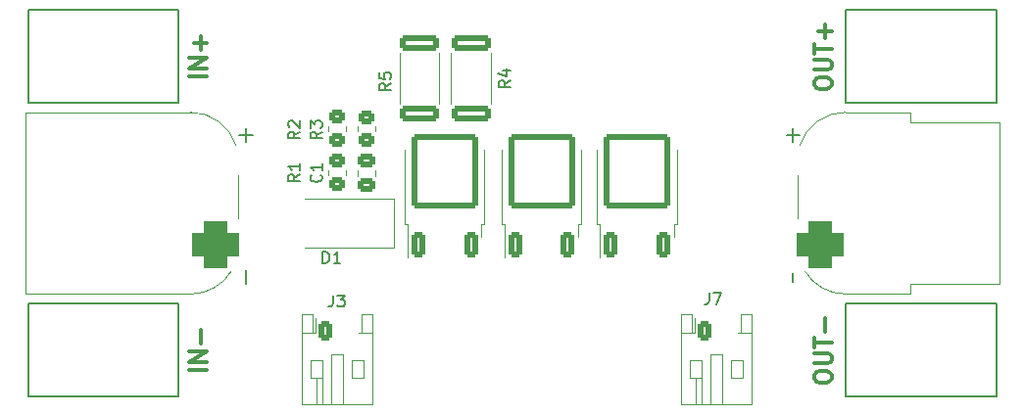
<source format=gbr>
%TF.GenerationSoftware,KiCad,Pcbnew,7.0.2*%
%TF.CreationDate,2023-07-12T23:48:00-04:00*%
%TF.ProjectId,Anti-Spark Switch,416e7469-2d53-4706-9172-6b2053776974,rev?*%
%TF.SameCoordinates,Original*%
%TF.FileFunction,Legend,Top*%
%TF.FilePolarity,Positive*%
%FSLAX46Y46*%
G04 Gerber Fmt 4.6, Leading zero omitted, Abs format (unit mm)*
G04 Created by KiCad (PCBNEW 7.0.2) date 2023-07-12 23:48:00*
%MOMM*%
%LPD*%
G01*
G04 APERTURE LIST*
G04 Aperture macros list*
%AMRoundRect*
0 Rectangle with rounded corners*
0 $1 Rounding radius*
0 $2 $3 $4 $5 $6 $7 $8 $9 X,Y pos of 4 corners*
0 Add a 4 corners polygon primitive as box body*
4,1,4,$2,$3,$4,$5,$6,$7,$8,$9,$2,$3,0*
0 Add four circle primitives for the rounded corners*
1,1,$1+$1,$2,$3*
1,1,$1+$1,$4,$5*
1,1,$1+$1,$6,$7*
1,1,$1+$1,$8,$9*
0 Add four rect primitives between the rounded corners*
20,1,$1+$1,$2,$3,$4,$5,0*
20,1,$1+$1,$4,$5,$6,$7,0*
20,1,$1+$1,$6,$7,$8,$9,0*
20,1,$1+$1,$8,$9,$2,$3,0*%
%AMOutline4P*
0 Free polygon, 4 corners , with rotation*
0 The origin of the aperture is its center*
0 number of corners: always 4*
0 $1 to $8 corner X, Y*
0 $9 Rotation angle, in degrees counterclockwise*
0 create outline with 4 corners*
4,1,4,$1,$2,$3,$4,$5,$6,$7,$8,$1,$2,$9*%
G04 Aperture macros list end*
%ADD10C,0.150000*%
%ADD11C,0.304800*%
%ADD12C,0.120000*%
%ADD13RoundRect,0.249997X2.650003X-2.950003X2.650003X2.950003X-2.650003X2.950003X-2.650003X-2.950003X0*%
%ADD14RoundRect,0.250000X0.350000X-0.850000X0.350000X0.850000X-0.350000X0.850000X-0.350000X-0.850000X0*%
%ADD15R,2.000000X0.900000*%
%ADD16RoundRect,1.025000X1.025000X-1.025000X1.025000X1.025000X-1.025000X1.025000X-1.025000X-1.025000X0*%
%ADD17C,4.100000*%
%ADD18RoundRect,1.025000X-1.025000X1.025000X-1.025000X-1.025000X1.025000X-1.025000X1.025000X1.025000X0*%
%ADD19R,12.000000X7.000000*%
%ADD20RoundRect,0.249999X-1.425001X0.450001X-1.425001X-0.450001X1.425001X-0.450001X1.425001X0.450001X0*%
%ADD21Outline4P,-1.800000X-1.150000X1.800000X-0.550000X1.800000X0.550000X-1.800000X1.150000X0.000000*%
%ADD22Outline4P,-1.800000X-1.150000X1.800000X-0.550000X1.800000X0.550000X-1.800000X1.150000X180.000000*%
%ADD23RoundRect,0.250000X0.450000X-0.350000X0.450000X0.350000X-0.450000X0.350000X-0.450000X-0.350000X0*%
%ADD24RoundRect,0.250000X-0.350000X-0.625000X0.350000X-0.625000X0.350000X0.625000X-0.350000X0.625000X0*%
%ADD25O,1.200000X1.750000*%
%ADD26RoundRect,0.250000X-0.475000X0.337500X-0.475000X-0.337500X0.475000X-0.337500X0.475000X0.337500X0*%
%ADD27RoundRect,0.250000X-0.450000X0.350000X-0.450000X-0.350000X0.450000X-0.350000X0.450000X0.350000X0*%
G04 APERTURE END LIST*
D10*
%TO.C,J8*%
X127882500Y-111746428D02*
X127882500Y-110603571D01*
X127882500Y-99446428D02*
X127882500Y-98303571D01*
X128453928Y-98874999D02*
X127311071Y-98874999D01*
%TO.C,J5*%
X175119666Y-111555951D02*
X175119666Y-110794047D01*
X175160500Y-99446428D02*
X175160500Y-98303571D01*
X175731928Y-98874999D02*
X174589071Y-98874999D01*
D11*
%TO.C,IN-*%
X124530031Y-119216713D02*
X123006031Y-119216713D01*
X124530031Y-118490999D02*
X123006031Y-118490999D01*
X123006031Y-118490999D02*
X124530031Y-117620142D01*
X124530031Y-117620142D02*
X123006031Y-117620142D01*
X123949460Y-116894428D02*
X123949460Y-115733286D01*
%TO.C,OUT+*%
X176981031Y-94542428D02*
X176981031Y-94252142D01*
X176981031Y-94252142D02*
X177053602Y-94106999D01*
X177053602Y-94106999D02*
X177198745Y-93961856D01*
X177198745Y-93961856D02*
X177489031Y-93889285D01*
X177489031Y-93889285D02*
X177997031Y-93889285D01*
X177997031Y-93889285D02*
X178287317Y-93961856D01*
X178287317Y-93961856D02*
X178432460Y-94106999D01*
X178432460Y-94106999D02*
X178505031Y-94252142D01*
X178505031Y-94252142D02*
X178505031Y-94542428D01*
X178505031Y-94542428D02*
X178432460Y-94687571D01*
X178432460Y-94687571D02*
X178287317Y-94832713D01*
X178287317Y-94832713D02*
X177997031Y-94905285D01*
X177997031Y-94905285D02*
X177489031Y-94905285D01*
X177489031Y-94905285D02*
X177198745Y-94832713D01*
X177198745Y-94832713D02*
X177053602Y-94687571D01*
X177053602Y-94687571D02*
X176981031Y-94542428D01*
X176981031Y-93236142D02*
X178214745Y-93236142D01*
X178214745Y-93236142D02*
X178359888Y-93163571D01*
X178359888Y-93163571D02*
X178432460Y-93091000D01*
X178432460Y-93091000D02*
X178505031Y-92945857D01*
X178505031Y-92945857D02*
X178505031Y-92655571D01*
X178505031Y-92655571D02*
X178432460Y-92510428D01*
X178432460Y-92510428D02*
X178359888Y-92437857D01*
X178359888Y-92437857D02*
X178214745Y-92365285D01*
X178214745Y-92365285D02*
X176981031Y-92365285D01*
X176981031Y-91857286D02*
X176981031Y-90986429D01*
X178505031Y-91421857D02*
X176981031Y-91421857D01*
X177924460Y-90478428D02*
X177924460Y-89317286D01*
X178505031Y-89897857D02*
X177343888Y-89897857D01*
%TO.C,IN+*%
X124530031Y-93816713D02*
X123006031Y-93816713D01*
X124530031Y-93090999D02*
X123006031Y-93090999D01*
X123006031Y-93090999D02*
X124530031Y-92220142D01*
X124530031Y-92220142D02*
X123006031Y-92220142D01*
X123949460Y-91494428D02*
X123949460Y-90333286D01*
X124530031Y-90913857D02*
X123368888Y-90913857D01*
%TO.C,OUT-*%
X176981031Y-119942428D02*
X176981031Y-119652142D01*
X176981031Y-119652142D02*
X177053602Y-119506999D01*
X177053602Y-119506999D02*
X177198745Y-119361856D01*
X177198745Y-119361856D02*
X177489031Y-119289285D01*
X177489031Y-119289285D02*
X177997031Y-119289285D01*
X177997031Y-119289285D02*
X178287317Y-119361856D01*
X178287317Y-119361856D02*
X178432460Y-119506999D01*
X178432460Y-119506999D02*
X178505031Y-119652142D01*
X178505031Y-119652142D02*
X178505031Y-119942428D01*
X178505031Y-119942428D02*
X178432460Y-120087571D01*
X178432460Y-120087571D02*
X178287317Y-120232713D01*
X178287317Y-120232713D02*
X177997031Y-120305285D01*
X177997031Y-120305285D02*
X177489031Y-120305285D01*
X177489031Y-120305285D02*
X177198745Y-120232713D01*
X177198745Y-120232713D02*
X177053602Y-120087571D01*
X177053602Y-120087571D02*
X176981031Y-119942428D01*
X176981031Y-118636142D02*
X178214745Y-118636142D01*
X178214745Y-118636142D02*
X178359888Y-118563571D01*
X178359888Y-118563571D02*
X178432460Y-118491000D01*
X178432460Y-118491000D02*
X178505031Y-118345857D01*
X178505031Y-118345857D02*
X178505031Y-118055571D01*
X178505031Y-118055571D02*
X178432460Y-117910428D01*
X178432460Y-117910428D02*
X178359888Y-117837857D01*
X178359888Y-117837857D02*
X178214745Y-117765285D01*
X178214745Y-117765285D02*
X176981031Y-117765285D01*
X176981031Y-117257286D02*
X176981031Y-116386429D01*
X178505031Y-116821857D02*
X176981031Y-116821857D01*
X177924460Y-115878428D02*
X177924460Y-114717286D01*
D10*
%TO.C,R5*%
X140416619Y-94400666D02*
X139940428Y-94733999D01*
X140416619Y-94972094D02*
X139416619Y-94972094D01*
X139416619Y-94972094D02*
X139416619Y-94591142D01*
X139416619Y-94591142D02*
X139464238Y-94495904D01*
X139464238Y-94495904D02*
X139511857Y-94448285D01*
X139511857Y-94448285D02*
X139607095Y-94400666D01*
X139607095Y-94400666D02*
X139749952Y-94400666D01*
X139749952Y-94400666D02*
X139845190Y-94448285D01*
X139845190Y-94448285D02*
X139892809Y-94495904D01*
X139892809Y-94495904D02*
X139940428Y-94591142D01*
X139940428Y-94591142D02*
X139940428Y-94972094D01*
X139416619Y-93495904D02*
X139416619Y-93972094D01*
X139416619Y-93972094D02*
X139892809Y-94019713D01*
X139892809Y-94019713D02*
X139845190Y-93972094D01*
X139845190Y-93972094D02*
X139797571Y-93876856D01*
X139797571Y-93876856D02*
X139797571Y-93638761D01*
X139797571Y-93638761D02*
X139845190Y-93543523D01*
X139845190Y-93543523D02*
X139892809Y-93495904D01*
X139892809Y-93495904D02*
X139988047Y-93448285D01*
X139988047Y-93448285D02*
X140226142Y-93448285D01*
X140226142Y-93448285D02*
X140321380Y-93495904D01*
X140321380Y-93495904D02*
X140369000Y-93543523D01*
X140369000Y-93543523D02*
X140416619Y-93638761D01*
X140416619Y-93638761D02*
X140416619Y-93876856D01*
X140416619Y-93876856D02*
X140369000Y-93972094D01*
X140369000Y-93972094D02*
X140321380Y-94019713D01*
%TO.C,R4*%
X150728619Y-94146666D02*
X150252428Y-94479999D01*
X150728619Y-94718094D02*
X149728619Y-94718094D01*
X149728619Y-94718094D02*
X149728619Y-94337142D01*
X149728619Y-94337142D02*
X149776238Y-94241904D01*
X149776238Y-94241904D02*
X149823857Y-94194285D01*
X149823857Y-94194285D02*
X149919095Y-94146666D01*
X149919095Y-94146666D02*
X150061952Y-94146666D01*
X150061952Y-94146666D02*
X150157190Y-94194285D01*
X150157190Y-94194285D02*
X150204809Y-94241904D01*
X150204809Y-94241904D02*
X150252428Y-94337142D01*
X150252428Y-94337142D02*
X150252428Y-94718094D01*
X150061952Y-93289523D02*
X150728619Y-93289523D01*
X149681000Y-93527618D02*
X150395285Y-93765713D01*
X150395285Y-93765713D02*
X150395285Y-93146666D01*
%TO.C,D1*%
X134516905Y-109971619D02*
X134516905Y-108971619D01*
X134516905Y-108971619D02*
X134755000Y-108971619D01*
X134755000Y-108971619D02*
X134897857Y-109019238D01*
X134897857Y-109019238D02*
X134993095Y-109114476D01*
X134993095Y-109114476D02*
X135040714Y-109209714D01*
X135040714Y-109209714D02*
X135088333Y-109400190D01*
X135088333Y-109400190D02*
X135088333Y-109543047D01*
X135088333Y-109543047D02*
X135040714Y-109733523D01*
X135040714Y-109733523D02*
X134993095Y-109828761D01*
X134993095Y-109828761D02*
X134897857Y-109924000D01*
X134897857Y-109924000D02*
X134755000Y-109971619D01*
X134755000Y-109971619D02*
X134516905Y-109971619D01*
X136040714Y-109971619D02*
X135469286Y-109971619D01*
X135755000Y-109971619D02*
X135755000Y-108971619D01*
X135755000Y-108971619D02*
X135659762Y-109114476D01*
X135659762Y-109114476D02*
X135564524Y-109209714D01*
X135564524Y-109209714D02*
X135469286Y-109257333D01*
%TO.C,R3*%
X134447619Y-98591666D02*
X133971428Y-98924999D01*
X134447619Y-99163094D02*
X133447619Y-99163094D01*
X133447619Y-99163094D02*
X133447619Y-98782142D01*
X133447619Y-98782142D02*
X133495238Y-98686904D01*
X133495238Y-98686904D02*
X133542857Y-98639285D01*
X133542857Y-98639285D02*
X133638095Y-98591666D01*
X133638095Y-98591666D02*
X133780952Y-98591666D01*
X133780952Y-98591666D02*
X133876190Y-98639285D01*
X133876190Y-98639285D02*
X133923809Y-98686904D01*
X133923809Y-98686904D02*
X133971428Y-98782142D01*
X133971428Y-98782142D02*
X133971428Y-99163094D01*
X133447619Y-98258332D02*
X133447619Y-97639285D01*
X133447619Y-97639285D02*
X133828571Y-97972618D01*
X133828571Y-97972618D02*
X133828571Y-97829761D01*
X133828571Y-97829761D02*
X133876190Y-97734523D01*
X133876190Y-97734523D02*
X133923809Y-97686904D01*
X133923809Y-97686904D02*
X134019047Y-97639285D01*
X134019047Y-97639285D02*
X134257142Y-97639285D01*
X134257142Y-97639285D02*
X134352380Y-97686904D01*
X134352380Y-97686904D02*
X134400000Y-97734523D01*
X134400000Y-97734523D02*
X134447619Y-97829761D01*
X134447619Y-97829761D02*
X134447619Y-98115475D01*
X134447619Y-98115475D02*
X134400000Y-98210713D01*
X134400000Y-98210713D02*
X134352380Y-98258332D01*
%TO.C,J3*%
X135413666Y-112736619D02*
X135413666Y-113450904D01*
X135413666Y-113450904D02*
X135366047Y-113593761D01*
X135366047Y-113593761D02*
X135270809Y-113689000D01*
X135270809Y-113689000D02*
X135127952Y-113736619D01*
X135127952Y-113736619D02*
X135032714Y-113736619D01*
X135794619Y-112736619D02*
X136413666Y-112736619D01*
X136413666Y-112736619D02*
X136080333Y-113117571D01*
X136080333Y-113117571D02*
X136223190Y-113117571D01*
X136223190Y-113117571D02*
X136318428Y-113165190D01*
X136318428Y-113165190D02*
X136366047Y-113212809D01*
X136366047Y-113212809D02*
X136413666Y-113308047D01*
X136413666Y-113308047D02*
X136413666Y-113546142D01*
X136413666Y-113546142D02*
X136366047Y-113641380D01*
X136366047Y-113641380D02*
X136318428Y-113689000D01*
X136318428Y-113689000D02*
X136223190Y-113736619D01*
X136223190Y-113736619D02*
X135937476Y-113736619D01*
X135937476Y-113736619D02*
X135842238Y-113689000D01*
X135842238Y-113689000D02*
X135794619Y-113641380D01*
%TO.C,C1*%
X134352380Y-102328166D02*
X134400000Y-102375785D01*
X134400000Y-102375785D02*
X134447619Y-102518642D01*
X134447619Y-102518642D02*
X134447619Y-102613880D01*
X134447619Y-102613880D02*
X134400000Y-102756737D01*
X134400000Y-102756737D02*
X134304761Y-102851975D01*
X134304761Y-102851975D02*
X134209523Y-102899594D01*
X134209523Y-102899594D02*
X134019047Y-102947213D01*
X134019047Y-102947213D02*
X133876190Y-102947213D01*
X133876190Y-102947213D02*
X133685714Y-102899594D01*
X133685714Y-102899594D02*
X133590476Y-102851975D01*
X133590476Y-102851975D02*
X133495238Y-102756737D01*
X133495238Y-102756737D02*
X133447619Y-102613880D01*
X133447619Y-102613880D02*
X133447619Y-102518642D01*
X133447619Y-102518642D02*
X133495238Y-102375785D01*
X133495238Y-102375785D02*
X133542857Y-102328166D01*
X134447619Y-101375785D02*
X134447619Y-101947213D01*
X134447619Y-101661499D02*
X133447619Y-101661499D01*
X133447619Y-101661499D02*
X133590476Y-101756737D01*
X133590476Y-101756737D02*
X133685714Y-101851975D01*
X133685714Y-101851975D02*
X133733333Y-101947213D01*
%TO.C,R2*%
X132542619Y-98591666D02*
X132066428Y-98924999D01*
X132542619Y-99163094D02*
X131542619Y-99163094D01*
X131542619Y-99163094D02*
X131542619Y-98782142D01*
X131542619Y-98782142D02*
X131590238Y-98686904D01*
X131590238Y-98686904D02*
X131637857Y-98639285D01*
X131637857Y-98639285D02*
X131733095Y-98591666D01*
X131733095Y-98591666D02*
X131875952Y-98591666D01*
X131875952Y-98591666D02*
X131971190Y-98639285D01*
X131971190Y-98639285D02*
X132018809Y-98686904D01*
X132018809Y-98686904D02*
X132066428Y-98782142D01*
X132066428Y-98782142D02*
X132066428Y-99163094D01*
X131637857Y-98210713D02*
X131590238Y-98163094D01*
X131590238Y-98163094D02*
X131542619Y-98067856D01*
X131542619Y-98067856D02*
X131542619Y-97829761D01*
X131542619Y-97829761D02*
X131590238Y-97734523D01*
X131590238Y-97734523D02*
X131637857Y-97686904D01*
X131637857Y-97686904D02*
X131733095Y-97639285D01*
X131733095Y-97639285D02*
X131828333Y-97639285D01*
X131828333Y-97639285D02*
X131971190Y-97686904D01*
X131971190Y-97686904D02*
X132542619Y-98258332D01*
X132542619Y-98258332D02*
X132542619Y-97639285D01*
%TO.C,R1*%
X132542619Y-102290666D02*
X132066428Y-102623999D01*
X132542619Y-102862094D02*
X131542619Y-102862094D01*
X131542619Y-102862094D02*
X131542619Y-102481142D01*
X131542619Y-102481142D02*
X131590238Y-102385904D01*
X131590238Y-102385904D02*
X131637857Y-102338285D01*
X131637857Y-102338285D02*
X131733095Y-102290666D01*
X131733095Y-102290666D02*
X131875952Y-102290666D01*
X131875952Y-102290666D02*
X131971190Y-102338285D01*
X131971190Y-102338285D02*
X132018809Y-102385904D01*
X132018809Y-102385904D02*
X132066428Y-102481142D01*
X132066428Y-102481142D02*
X132066428Y-102862094D01*
X132542619Y-101338285D02*
X132542619Y-101909713D01*
X132542619Y-101623999D02*
X131542619Y-101623999D01*
X131542619Y-101623999D02*
X131685476Y-101719237D01*
X131685476Y-101719237D02*
X131780714Y-101814475D01*
X131780714Y-101814475D02*
X131828333Y-101909713D01*
%TO.C,J7*%
X167925666Y-112492619D02*
X167925666Y-113206904D01*
X167925666Y-113206904D02*
X167878047Y-113349761D01*
X167878047Y-113349761D02*
X167782809Y-113445000D01*
X167782809Y-113445000D02*
X167639952Y-113492619D01*
X167639952Y-113492619D02*
X167544714Y-113492619D01*
X168306619Y-112492619D02*
X168973285Y-112492619D01*
X168973285Y-112492619D02*
X168544714Y-113492619D01*
D12*
%TO.C,Q3*%
X164845000Y-106610000D02*
X164845000Y-107710000D01*
X165115000Y-106610000D02*
X164845000Y-106610000D01*
X165115000Y-100190000D02*
X165115000Y-106610000D01*
X158485000Y-106610000D02*
X158485000Y-109440000D01*
X158215000Y-106610000D02*
X158485000Y-106610000D01*
X158215000Y-100190000D02*
X158215000Y-106610000D01*
%TO.C,Q2*%
X156590000Y-106610000D02*
X156590000Y-107710000D01*
X156860000Y-106610000D02*
X156590000Y-106610000D01*
X156860000Y-100190000D02*
X156860000Y-106610000D01*
X150230000Y-106610000D02*
X150230000Y-109440000D01*
X149960000Y-106610000D02*
X150230000Y-106610000D01*
X149960000Y-100190000D02*
X149960000Y-106610000D01*
%TO.C,Q1*%
X141590000Y-100190000D02*
X141590000Y-106610000D01*
X141590000Y-106610000D02*
X141860000Y-106610000D01*
X141860000Y-106610000D02*
X141860000Y-109440000D01*
X148490000Y-100190000D02*
X148490000Y-106610000D01*
X148490000Y-106610000D02*
X148220000Y-106610000D01*
X148220000Y-106610000D02*
X148220000Y-107710000D01*
%TO.C,J8*%
X108800000Y-112635000D02*
X123110000Y-112635000D01*
X108800000Y-96915000D02*
X123110000Y-96915000D01*
X108800000Y-112635000D02*
X108800000Y-96915000D01*
X127220000Y-106065000D02*
X127220000Y-102325000D01*
X127040413Y-99823352D02*
G75*
G03*
X123110000Y-96915000I-3930413J-1201648D01*
G01*
X123110000Y-112634999D02*
G75*
G03*
X126632957Y-110641806I1J4109998D01*
G01*
%TO.C,J5*%
X175578000Y-102325000D02*
X175578000Y-106065000D01*
X185298000Y-96915000D02*
X179688000Y-96915000D01*
X185298000Y-111785000D02*
X185298000Y-112635000D01*
X185298000Y-96915000D02*
X185298000Y-97765000D01*
X185298000Y-112635000D02*
X179688000Y-112635000D01*
X192998000Y-97765000D02*
X192998000Y-111785000D01*
X192998000Y-97765000D02*
X185298000Y-97765000D01*
X192998000Y-111785000D02*
X185298000Y-111785000D01*
X179688000Y-96915001D02*
G75*
G03*
X175729282Y-99785100I-40002J-4109997D01*
G01*
X176165042Y-110641806D02*
G75*
G03*
X179688000Y-112635000I3522958J2116806D01*
G01*
D10*
%TO.C,IN-*%
X122070000Y-121475000D02*
X109070000Y-121475000D01*
X122070000Y-113475000D02*
X122070000Y-121475000D01*
X109070000Y-121475000D02*
X109070000Y-113475000D01*
X109070000Y-113475000D02*
X122070000Y-113475000D01*
%TO.C,OUT+*%
X179720000Y-88075000D02*
X192720000Y-88075000D01*
X179720000Y-96075000D02*
X179720000Y-88075000D01*
X192720000Y-88075000D02*
X192720000Y-96075000D01*
X192720000Y-96075000D02*
X179720000Y-96075000D01*
%TO.C,IN+*%
X109070000Y-88075000D02*
X122070000Y-88075000D01*
X109070000Y-96075000D02*
X109070000Y-88075000D01*
X122070000Y-88075000D02*
X122070000Y-96075000D01*
X122070000Y-96075000D02*
X109070000Y-96075000D01*
%TO.C,OUT-*%
X179720000Y-113475000D02*
X192720000Y-113475000D01*
X179720000Y-121475000D02*
X179720000Y-113475000D01*
X192720000Y-113475000D02*
X192720000Y-121475000D01*
X192720000Y-121475000D02*
X179720000Y-121475000D01*
D12*
%TO.C,R5*%
X141165000Y-91802936D02*
X141165000Y-96157064D01*
X144585000Y-91802936D02*
X144585000Y-96157064D01*
%TO.C,R4*%
X149030000Y-91802936D02*
X149030000Y-96157064D01*
X145610000Y-91802936D02*
X145610000Y-96157064D01*
%TO.C,D1*%
X140634000Y-104359000D02*
X132974000Y-104359000D01*
X140634000Y-108659000D02*
X140634000Y-104359000D01*
X140634000Y-108659000D02*
X132974000Y-108659000D01*
%TO.C,R3*%
X139038000Y-98557064D02*
X139038000Y-98102936D01*
X137568000Y-98557064D02*
X137568000Y-98102936D01*
%TO.C,J3*%
X132687000Y-114364000D02*
X132687000Y-122184000D01*
X132687000Y-115964000D02*
X133607000Y-115964000D01*
X132687000Y-122184000D02*
X138807000Y-122184000D01*
X133447000Y-118324000D02*
X133447000Y-119924000D01*
X133447000Y-119924000D02*
X134447000Y-119924000D01*
X133607000Y-114364000D02*
X132687000Y-114364000D01*
X133607000Y-115964000D02*
X133607000Y-114364000D01*
X133887000Y-115964000D02*
X133607000Y-115964000D01*
X133887000Y-115964000D02*
X133887000Y-114749000D01*
X133947000Y-119924000D02*
X133947000Y-122184000D01*
X134447000Y-118324000D02*
X133447000Y-118324000D01*
X134447000Y-119924000D02*
X134447000Y-118324000D01*
X134447000Y-119924000D02*
X134447000Y-122184000D01*
X135247000Y-117824000D02*
X136247000Y-117824000D01*
X135247000Y-122184000D02*
X135247000Y-117824000D01*
X136247000Y-117824000D02*
X136247000Y-122184000D01*
X137047000Y-118324000D02*
X138047000Y-118324000D01*
X137047000Y-119924000D02*
X137047000Y-118324000D01*
X137887000Y-114364000D02*
X137887000Y-115964000D01*
X137887000Y-115964000D02*
X137607000Y-115964000D01*
X138047000Y-118324000D02*
X138047000Y-119924000D01*
X138047000Y-119924000D02*
X137047000Y-119924000D01*
X138807000Y-114364000D02*
X137887000Y-114364000D01*
X138807000Y-115964000D02*
X137887000Y-115964000D01*
X138807000Y-122184000D02*
X138807000Y-114364000D01*
%TO.C,C1*%
X137568000Y-101900248D02*
X137568000Y-102422752D01*
X139038000Y-101900248D02*
X139038000Y-102422752D01*
%TO.C,R2*%
X135028000Y-98086936D02*
X135028000Y-98541064D01*
X136498000Y-98086936D02*
X136498000Y-98541064D01*
%TO.C,R1*%
X136498000Y-101896936D02*
X136498000Y-102351064D01*
X135028000Y-101896936D02*
X135028000Y-102351064D01*
%TO.C,J7*%
X165453000Y-114364000D02*
X165453000Y-122184000D01*
X165453000Y-115964000D02*
X166373000Y-115964000D01*
X165453000Y-122184000D02*
X171573000Y-122184000D01*
X166213000Y-118324000D02*
X166213000Y-119924000D01*
X166213000Y-119924000D02*
X167213000Y-119924000D01*
X166373000Y-114364000D02*
X165453000Y-114364000D01*
X166373000Y-115964000D02*
X166373000Y-114364000D01*
X166653000Y-115964000D02*
X166373000Y-115964000D01*
X166653000Y-115964000D02*
X166653000Y-114749000D01*
X166713000Y-119924000D02*
X166713000Y-122184000D01*
X167213000Y-118324000D02*
X166213000Y-118324000D01*
X167213000Y-119924000D02*
X167213000Y-118324000D01*
X167213000Y-119924000D02*
X167213000Y-122184000D01*
X168013000Y-117824000D02*
X169013000Y-117824000D01*
X168013000Y-122184000D02*
X168013000Y-117824000D01*
X169013000Y-117824000D02*
X169013000Y-122184000D01*
X169813000Y-118324000D02*
X170813000Y-118324000D01*
X169813000Y-119924000D02*
X169813000Y-118324000D01*
X170653000Y-114364000D02*
X170653000Y-115964000D01*
X170653000Y-115964000D02*
X170373000Y-115964000D01*
X170813000Y-118324000D02*
X170813000Y-119924000D01*
X170813000Y-119924000D02*
X169813000Y-119924000D01*
X171573000Y-114364000D02*
X170653000Y-114364000D01*
X171573000Y-115964000D02*
X170653000Y-115964000D01*
X171573000Y-122184000D02*
X171573000Y-114364000D01*
%TD*%
%LPC*%
D13*
%TO.C,Q3*%
X161665000Y-102040000D03*
D14*
X163945000Y-108340000D03*
X159385000Y-108340000D03*
%TD*%
D13*
%TO.C,Q2*%
X153410000Y-102040000D03*
D14*
X155690000Y-108340000D03*
X151130000Y-108340000D03*
%TD*%
%TO.C,Q1*%
X142760000Y-108340000D03*
X147320000Y-108340000D03*
D13*
X145040000Y-102040000D03*
%TD*%
D15*
%TO.C,J8*%
X119260000Y-111525000D03*
X119260000Y-98025000D03*
D16*
X125260000Y-108375000D03*
D17*
X125260000Y-101175000D03*
%TD*%
D15*
%TO.C,J5*%
X183538000Y-98025000D03*
X183538000Y-111525000D03*
D18*
X177538000Y-108375000D03*
D17*
X177538000Y-101175000D03*
%TD*%
D19*
%TO.C,IN-*%
X115570000Y-117475000D03*
%TD*%
%TO.C,OUT+*%
X186220000Y-92075000D03*
%TD*%
%TO.C,IN+*%
X115570000Y-92075000D03*
%TD*%
%TO.C,OUT-*%
X186220000Y-117475000D03*
%TD*%
D20*
%TO.C,R5*%
X142875000Y-97030000D03*
X142875000Y-90930000D03*
%TD*%
%TO.C,R4*%
X147320000Y-90930000D03*
X147320000Y-97030000D03*
%TD*%
D21*
%TO.C,D1*%
X132774000Y-106509000D03*
D22*
X138574000Y-106509000D03*
%TD*%
D23*
%TO.C,R3*%
X138303000Y-97330000D03*
X138303000Y-99330000D03*
%TD*%
D24*
%TO.C,J3*%
X134747000Y-115824000D03*
D25*
X136747000Y-115824000D03*
%TD*%
D26*
%TO.C,C1*%
X138303000Y-103199000D03*
X138303000Y-101124000D03*
%TD*%
D27*
%TO.C,R2*%
X135763000Y-99314000D03*
X135763000Y-97314000D03*
%TD*%
%TO.C,R1*%
X135763000Y-101124000D03*
X135763000Y-103124000D03*
%TD*%
D24*
%TO.C,J7*%
X167513000Y-115824000D03*
D25*
X169513000Y-115824000D03*
%TD*%
%LPD*%
M02*

</source>
